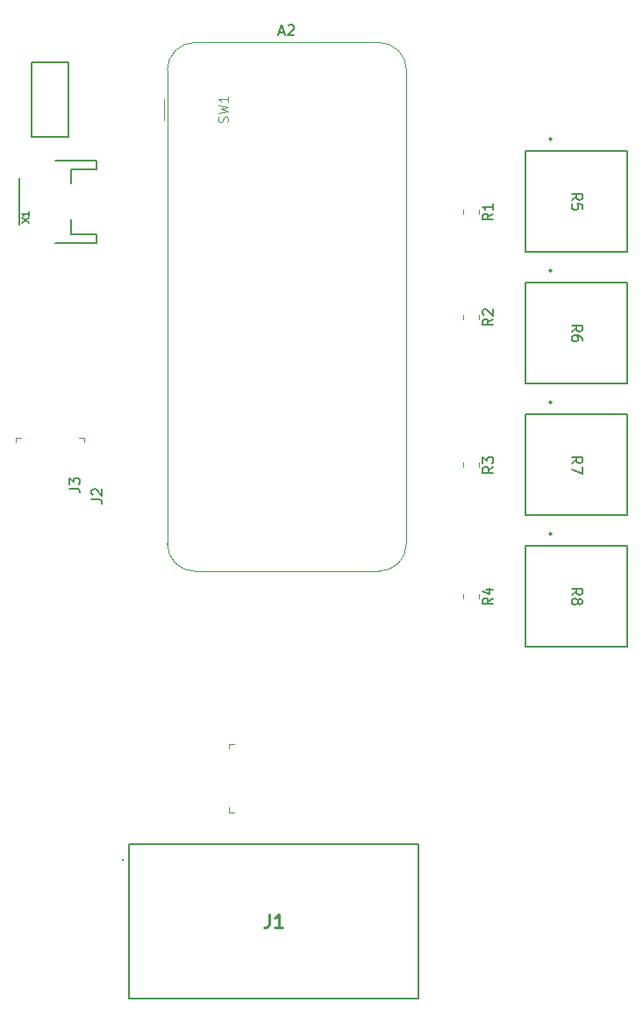
<source format=gbr>
%TF.GenerationSoftware,KiCad,Pcbnew,8.0.5*%
%TF.CreationDate,2024-10-11T15:03:24+01:00*%
%TF.ProjectId,ribboncontroller,72696262-6f6e-4636-9f6e-74726f6c6c65,rev?*%
%TF.SameCoordinates,Original*%
%TF.FileFunction,Legend,Top*%
%TF.FilePolarity,Positive*%
%FSLAX46Y46*%
G04 Gerber Fmt 4.6, Leading zero omitted, Abs format (unit mm)*
G04 Created by KiCad (PCBNEW 8.0.5) date 2024-10-11 15:03:24*
%MOMM*%
%LPD*%
G01*
G04 APERTURE LIST*
%ADD10C,0.150000*%
%ADD11C,0.081280*%
%ADD12C,0.146304*%
%ADD13C,0.254000*%
%ADD14C,0.100000*%
%ADD15C,0.120000*%
%ADD16C,0.152400*%
%ADD17C,0.127000*%
%ADD18C,0.203200*%
%ADD19C,0.200000*%
G04 APERTURE END LIST*
D10*
X22195836Y-55608605D02*
X22910121Y-55608605D01*
X22910121Y-55608605D02*
X23052978Y-55656224D01*
X23052978Y-55656224D02*
X23148217Y-55751462D01*
X23148217Y-55751462D02*
X23195836Y-55894319D01*
X23195836Y-55894319D02*
X23195836Y-55989557D01*
X22195836Y-55227652D02*
X22195836Y-54608605D01*
X22195836Y-54608605D02*
X22576788Y-54941938D01*
X22576788Y-54941938D02*
X22576788Y-54799081D01*
X22576788Y-54799081D02*
X22624407Y-54703843D01*
X22624407Y-54703843D02*
X22672026Y-54656224D01*
X22672026Y-54656224D02*
X22767264Y-54608605D01*
X22767264Y-54608605D02*
X23005359Y-54608605D01*
X23005359Y-54608605D02*
X23100597Y-54656224D01*
X23100597Y-54656224D02*
X23148217Y-54703843D01*
X23148217Y-54703843D02*
X23195836Y-54799081D01*
X23195836Y-54799081D02*
X23195836Y-55084795D01*
X23195836Y-55084795D02*
X23148217Y-55180033D01*
X23148217Y-55180033D02*
X23100597Y-55227652D01*
X24334819Y-56663333D02*
X25049104Y-56663333D01*
X25049104Y-56663333D02*
X25191961Y-56710952D01*
X25191961Y-56710952D02*
X25287200Y-56806190D01*
X25287200Y-56806190D02*
X25334819Y-56949047D01*
X25334819Y-56949047D02*
X25334819Y-57044285D01*
X24430057Y-56234761D02*
X24382438Y-56187142D01*
X24382438Y-56187142D02*
X24334819Y-56091904D01*
X24334819Y-56091904D02*
X24334819Y-55853809D01*
X24334819Y-55853809D02*
X24382438Y-55758571D01*
X24382438Y-55758571D02*
X24430057Y-55710952D01*
X24430057Y-55710952D02*
X24525295Y-55663333D01*
X24525295Y-55663333D02*
X24620533Y-55663333D01*
X24620533Y-55663333D02*
X24763390Y-55710952D01*
X24763390Y-55710952D02*
X25334819Y-56282380D01*
X25334819Y-56282380D02*
X25334819Y-55663333D01*
X42465714Y-11599104D02*
X42941904Y-11599104D01*
X42370476Y-11884819D02*
X42703809Y-10884819D01*
X42703809Y-10884819D02*
X43037142Y-11884819D01*
X43322857Y-10980057D02*
X43370476Y-10932438D01*
X43370476Y-10932438D02*
X43465714Y-10884819D01*
X43465714Y-10884819D02*
X43703809Y-10884819D01*
X43703809Y-10884819D02*
X43799047Y-10932438D01*
X43799047Y-10932438D02*
X43846666Y-10980057D01*
X43846666Y-10980057D02*
X43894285Y-11075295D01*
X43894285Y-11075295D02*
X43894285Y-11170533D01*
X43894285Y-11170533D02*
X43846666Y-11313390D01*
X43846666Y-11313390D02*
X43275238Y-11884819D01*
X43275238Y-11884819D02*
X43894285Y-11884819D01*
X63064819Y-66206666D02*
X62588628Y-66539999D01*
X63064819Y-66778094D02*
X62064819Y-66778094D01*
X62064819Y-66778094D02*
X62064819Y-66397142D01*
X62064819Y-66397142D02*
X62112438Y-66301904D01*
X62112438Y-66301904D02*
X62160057Y-66254285D01*
X62160057Y-66254285D02*
X62255295Y-66206666D01*
X62255295Y-66206666D02*
X62398152Y-66206666D01*
X62398152Y-66206666D02*
X62493390Y-66254285D01*
X62493390Y-66254285D02*
X62541009Y-66301904D01*
X62541009Y-66301904D02*
X62588628Y-66397142D01*
X62588628Y-66397142D02*
X62588628Y-66778094D01*
X62398152Y-65349523D02*
X63064819Y-65349523D01*
X62017200Y-65587618D02*
X62731485Y-65825713D01*
X62731485Y-65825713D02*
X62731485Y-65206666D01*
X70677880Y-65873333D02*
X71154071Y-65540000D01*
X70677880Y-65301905D02*
X71677880Y-65301905D01*
X71677880Y-65301905D02*
X71677880Y-65682857D01*
X71677880Y-65682857D02*
X71630261Y-65778095D01*
X71630261Y-65778095D02*
X71582642Y-65825714D01*
X71582642Y-65825714D02*
X71487404Y-65873333D01*
X71487404Y-65873333D02*
X71344547Y-65873333D01*
X71344547Y-65873333D02*
X71249309Y-65825714D01*
X71249309Y-65825714D02*
X71201690Y-65778095D01*
X71201690Y-65778095D02*
X71154071Y-65682857D01*
X71154071Y-65682857D02*
X71154071Y-65301905D01*
X71249309Y-66444762D02*
X71296928Y-66349524D01*
X71296928Y-66349524D02*
X71344547Y-66301905D01*
X71344547Y-66301905D02*
X71439785Y-66254286D01*
X71439785Y-66254286D02*
X71487404Y-66254286D01*
X71487404Y-66254286D02*
X71582642Y-66301905D01*
X71582642Y-66301905D02*
X71630261Y-66349524D01*
X71630261Y-66349524D02*
X71677880Y-66444762D01*
X71677880Y-66444762D02*
X71677880Y-66635238D01*
X71677880Y-66635238D02*
X71630261Y-66730476D01*
X71630261Y-66730476D02*
X71582642Y-66778095D01*
X71582642Y-66778095D02*
X71487404Y-66825714D01*
X71487404Y-66825714D02*
X71439785Y-66825714D01*
X71439785Y-66825714D02*
X71344547Y-66778095D01*
X71344547Y-66778095D02*
X71296928Y-66730476D01*
X71296928Y-66730476D02*
X71249309Y-66635238D01*
X71249309Y-66635238D02*
X71249309Y-66444762D01*
X71249309Y-66444762D02*
X71201690Y-66349524D01*
X71201690Y-66349524D02*
X71154071Y-66301905D01*
X71154071Y-66301905D02*
X71058833Y-66254286D01*
X71058833Y-66254286D02*
X70868357Y-66254286D01*
X70868357Y-66254286D02*
X70773119Y-66301905D01*
X70773119Y-66301905D02*
X70725500Y-66349524D01*
X70725500Y-66349524D02*
X70677880Y-66444762D01*
X70677880Y-66444762D02*
X70677880Y-66635238D01*
X70677880Y-66635238D02*
X70725500Y-66730476D01*
X70725500Y-66730476D02*
X70773119Y-66778095D01*
X70773119Y-66778095D02*
X70868357Y-66825714D01*
X70868357Y-66825714D02*
X71058833Y-66825714D01*
X71058833Y-66825714D02*
X71154071Y-66778095D01*
X71154071Y-66778095D02*
X71201690Y-66730476D01*
X71201690Y-66730476D02*
X71249309Y-66635238D01*
D11*
X37460371Y-20268485D02*
X37504881Y-20134953D01*
X37504881Y-20134953D02*
X37504881Y-19912401D01*
X37504881Y-19912401D02*
X37460371Y-19823380D01*
X37460371Y-19823380D02*
X37415860Y-19778869D01*
X37415860Y-19778869D02*
X37326839Y-19734359D01*
X37326839Y-19734359D02*
X37237818Y-19734359D01*
X37237818Y-19734359D02*
X37148797Y-19778869D01*
X37148797Y-19778869D02*
X37104287Y-19823380D01*
X37104287Y-19823380D02*
X37059776Y-19912401D01*
X37059776Y-19912401D02*
X37015266Y-20090443D01*
X37015266Y-20090443D02*
X36970755Y-20179464D01*
X36970755Y-20179464D02*
X36926245Y-20223974D01*
X36926245Y-20223974D02*
X36837224Y-20268485D01*
X36837224Y-20268485D02*
X36748203Y-20268485D01*
X36748203Y-20268485D02*
X36659182Y-20223974D01*
X36659182Y-20223974D02*
X36614671Y-20179464D01*
X36614671Y-20179464D02*
X36570161Y-20090443D01*
X36570161Y-20090443D02*
X36570161Y-19867890D01*
X36570161Y-19867890D02*
X36614671Y-19734359D01*
X36570161Y-19422785D02*
X37504881Y-19200233D01*
X37504881Y-19200233D02*
X36837224Y-19022191D01*
X36837224Y-19022191D02*
X37504881Y-18844149D01*
X37504881Y-18844149D02*
X36570161Y-18621597D01*
X37504881Y-17775898D02*
X37504881Y-18310024D01*
X37504881Y-18042961D02*
X36570161Y-18042961D01*
X36570161Y-18042961D02*
X36703692Y-18131982D01*
X36703692Y-18131982D02*
X36792713Y-18221003D01*
X36792713Y-18221003D02*
X36837224Y-18310024D01*
D10*
X70677880Y-40473333D02*
X71154071Y-40140000D01*
X70677880Y-39901905D02*
X71677880Y-39901905D01*
X71677880Y-39901905D02*
X71677880Y-40282857D01*
X71677880Y-40282857D02*
X71630261Y-40378095D01*
X71630261Y-40378095D02*
X71582642Y-40425714D01*
X71582642Y-40425714D02*
X71487404Y-40473333D01*
X71487404Y-40473333D02*
X71344547Y-40473333D01*
X71344547Y-40473333D02*
X71249309Y-40425714D01*
X71249309Y-40425714D02*
X71201690Y-40378095D01*
X71201690Y-40378095D02*
X71154071Y-40282857D01*
X71154071Y-40282857D02*
X71154071Y-39901905D01*
X71677880Y-41330476D02*
X71677880Y-41140000D01*
X71677880Y-41140000D02*
X71630261Y-41044762D01*
X71630261Y-41044762D02*
X71582642Y-40997143D01*
X71582642Y-40997143D02*
X71439785Y-40901905D01*
X71439785Y-40901905D02*
X71249309Y-40854286D01*
X71249309Y-40854286D02*
X70868357Y-40854286D01*
X70868357Y-40854286D02*
X70773119Y-40901905D01*
X70773119Y-40901905D02*
X70725500Y-40949524D01*
X70725500Y-40949524D02*
X70677880Y-41044762D01*
X70677880Y-41044762D02*
X70677880Y-41235238D01*
X70677880Y-41235238D02*
X70725500Y-41330476D01*
X70725500Y-41330476D02*
X70773119Y-41378095D01*
X70773119Y-41378095D02*
X70868357Y-41425714D01*
X70868357Y-41425714D02*
X71106452Y-41425714D01*
X71106452Y-41425714D02*
X71201690Y-41378095D01*
X71201690Y-41378095D02*
X71249309Y-41330476D01*
X71249309Y-41330476D02*
X71296928Y-41235238D01*
X71296928Y-41235238D02*
X71296928Y-41044762D01*
X71296928Y-41044762D02*
X71249309Y-40949524D01*
X71249309Y-40949524D02*
X71201690Y-40901905D01*
X71201690Y-40901905D02*
X71106452Y-40854286D01*
X63064819Y-39266666D02*
X62588628Y-39599999D01*
X63064819Y-39838094D02*
X62064819Y-39838094D01*
X62064819Y-39838094D02*
X62064819Y-39457142D01*
X62064819Y-39457142D02*
X62112438Y-39361904D01*
X62112438Y-39361904D02*
X62160057Y-39314285D01*
X62160057Y-39314285D02*
X62255295Y-39266666D01*
X62255295Y-39266666D02*
X62398152Y-39266666D01*
X62398152Y-39266666D02*
X62493390Y-39314285D01*
X62493390Y-39314285D02*
X62541009Y-39361904D01*
X62541009Y-39361904D02*
X62588628Y-39457142D01*
X62588628Y-39457142D02*
X62588628Y-39838094D01*
X62160057Y-38885713D02*
X62112438Y-38838094D01*
X62112438Y-38838094D02*
X62064819Y-38742856D01*
X62064819Y-38742856D02*
X62064819Y-38504761D01*
X62064819Y-38504761D02*
X62112438Y-38409523D01*
X62112438Y-38409523D02*
X62160057Y-38361904D01*
X62160057Y-38361904D02*
X62255295Y-38314285D01*
X62255295Y-38314285D02*
X62350533Y-38314285D01*
X62350533Y-38314285D02*
X62493390Y-38361904D01*
X62493390Y-38361904D02*
X63064819Y-38933332D01*
X63064819Y-38933332D02*
X63064819Y-38314285D01*
D12*
X17595829Y-29971034D02*
X18262325Y-29526703D01*
X17595829Y-29526703D02*
X18262325Y-29971034D01*
X18262325Y-28923683D02*
X18262325Y-29304538D01*
X18262325Y-29114110D02*
X17595829Y-29114110D01*
X17595829Y-29114110D02*
X17691043Y-29177586D01*
X17691043Y-29177586D02*
X17754519Y-29241062D01*
X17754519Y-29241062D02*
X17786257Y-29304538D01*
D10*
X63097460Y-53520400D02*
X62621269Y-53853733D01*
X63097460Y-54091828D02*
X62097460Y-54091828D01*
X62097460Y-54091828D02*
X62097460Y-53710876D01*
X62097460Y-53710876D02*
X62145079Y-53615638D01*
X62145079Y-53615638D02*
X62192698Y-53568019D01*
X62192698Y-53568019D02*
X62287936Y-53520400D01*
X62287936Y-53520400D02*
X62430793Y-53520400D01*
X62430793Y-53520400D02*
X62526031Y-53568019D01*
X62526031Y-53568019D02*
X62573650Y-53615638D01*
X62573650Y-53615638D02*
X62621269Y-53710876D01*
X62621269Y-53710876D02*
X62621269Y-54091828D01*
X62097460Y-53187066D02*
X62097460Y-52568019D01*
X62097460Y-52568019D02*
X62478412Y-52901352D01*
X62478412Y-52901352D02*
X62478412Y-52758495D01*
X62478412Y-52758495D02*
X62526031Y-52663257D01*
X62526031Y-52663257D02*
X62573650Y-52615638D01*
X62573650Y-52615638D02*
X62668888Y-52568019D01*
X62668888Y-52568019D02*
X62906983Y-52568019D01*
X62906983Y-52568019D02*
X63002221Y-52615638D01*
X63002221Y-52615638D02*
X63049841Y-52663257D01*
X63049841Y-52663257D02*
X63097460Y-52758495D01*
X63097460Y-52758495D02*
X63097460Y-53044209D01*
X63097460Y-53044209D02*
X63049841Y-53139447D01*
X63049841Y-53139447D02*
X63002221Y-53187066D01*
X63064819Y-29106666D02*
X62588628Y-29439999D01*
X63064819Y-29678094D02*
X62064819Y-29678094D01*
X62064819Y-29678094D02*
X62064819Y-29297142D01*
X62064819Y-29297142D02*
X62112438Y-29201904D01*
X62112438Y-29201904D02*
X62160057Y-29154285D01*
X62160057Y-29154285D02*
X62255295Y-29106666D01*
X62255295Y-29106666D02*
X62398152Y-29106666D01*
X62398152Y-29106666D02*
X62493390Y-29154285D01*
X62493390Y-29154285D02*
X62541009Y-29201904D01*
X62541009Y-29201904D02*
X62588628Y-29297142D01*
X62588628Y-29297142D02*
X62588628Y-29678094D01*
X63064819Y-28154285D02*
X63064819Y-28725713D01*
X63064819Y-28439999D02*
X62064819Y-28439999D01*
X62064819Y-28439999D02*
X62207676Y-28535237D01*
X62207676Y-28535237D02*
X62302914Y-28630475D01*
X62302914Y-28630475D02*
X62350533Y-28725713D01*
X70677880Y-27773333D02*
X71154071Y-27440000D01*
X70677880Y-27201905D02*
X71677880Y-27201905D01*
X71677880Y-27201905D02*
X71677880Y-27582857D01*
X71677880Y-27582857D02*
X71630261Y-27678095D01*
X71630261Y-27678095D02*
X71582642Y-27725714D01*
X71582642Y-27725714D02*
X71487404Y-27773333D01*
X71487404Y-27773333D02*
X71344547Y-27773333D01*
X71344547Y-27773333D02*
X71249309Y-27725714D01*
X71249309Y-27725714D02*
X71201690Y-27678095D01*
X71201690Y-27678095D02*
X71154071Y-27582857D01*
X71154071Y-27582857D02*
X71154071Y-27201905D01*
X71677880Y-28678095D02*
X71677880Y-28201905D01*
X71677880Y-28201905D02*
X71201690Y-28154286D01*
X71201690Y-28154286D02*
X71249309Y-28201905D01*
X71249309Y-28201905D02*
X71296928Y-28297143D01*
X71296928Y-28297143D02*
X71296928Y-28535238D01*
X71296928Y-28535238D02*
X71249309Y-28630476D01*
X71249309Y-28630476D02*
X71201690Y-28678095D01*
X71201690Y-28678095D02*
X71106452Y-28725714D01*
X71106452Y-28725714D02*
X70868357Y-28725714D01*
X70868357Y-28725714D02*
X70773119Y-28678095D01*
X70773119Y-28678095D02*
X70725500Y-28630476D01*
X70725500Y-28630476D02*
X70677880Y-28535238D01*
X70677880Y-28535238D02*
X70677880Y-28297143D01*
X70677880Y-28297143D02*
X70725500Y-28201905D01*
X70725500Y-28201905D02*
X70773119Y-28154286D01*
D13*
X41486667Y-96694318D02*
X41486667Y-97601461D01*
X41486667Y-97601461D02*
X41426190Y-97782889D01*
X41426190Y-97782889D02*
X41305238Y-97903842D01*
X41305238Y-97903842D02*
X41123809Y-97964318D01*
X41123809Y-97964318D02*
X41002857Y-97964318D01*
X42756667Y-97964318D02*
X42030952Y-97964318D01*
X42393809Y-97964318D02*
X42393809Y-96694318D01*
X42393809Y-96694318D02*
X42272857Y-96875746D01*
X42272857Y-96875746D02*
X42151905Y-96996699D01*
X42151905Y-96996699D02*
X42030952Y-97057175D01*
D10*
X70677880Y-53173333D02*
X71154071Y-52840000D01*
X70677880Y-52601905D02*
X71677880Y-52601905D01*
X71677880Y-52601905D02*
X71677880Y-52982857D01*
X71677880Y-52982857D02*
X71630261Y-53078095D01*
X71630261Y-53078095D02*
X71582642Y-53125714D01*
X71582642Y-53125714D02*
X71487404Y-53173333D01*
X71487404Y-53173333D02*
X71344547Y-53173333D01*
X71344547Y-53173333D02*
X71249309Y-53125714D01*
X71249309Y-53125714D02*
X71201690Y-53078095D01*
X71201690Y-53078095D02*
X71154071Y-52982857D01*
X71154071Y-52982857D02*
X71154071Y-52601905D01*
X71677880Y-53506667D02*
X71677880Y-54173333D01*
X71677880Y-54173333D02*
X70677880Y-53744762D01*
D14*
%TO.C,J3*%
X37613134Y-86848351D02*
X38113134Y-86848351D01*
X37613134Y-86848351D02*
X37613134Y-86348351D01*
X37613134Y-80248351D02*
X38113134Y-80248351D01*
X37613134Y-80248351D02*
X37613134Y-80748351D01*
%TO.C,J2*%
X17020000Y-50700000D02*
X17020000Y-51200000D01*
X17020000Y-50700000D02*
X17520000Y-50700000D01*
X23620000Y-50700000D02*
X23620000Y-51200000D01*
X23620000Y-50700000D02*
X23120000Y-50700000D01*
D15*
%TO.C,A2*%
X31320000Y-20050000D02*
X31320000Y-18050000D01*
X31640000Y-15240000D02*
X31640000Y-60960000D01*
X52070000Y-12590000D02*
X34290000Y-12590000D01*
X52070000Y-63610000D02*
X34290000Y-63610000D01*
X54720000Y-15240000D02*
X54720000Y-60960000D01*
X31640000Y-15240000D02*
G75*
G02*
X34290000Y-12590000I2650000J0D01*
G01*
X34290000Y-63610000D02*
G75*
G02*
X31640000Y-60960000I0J2650000D01*
G01*
X52070000Y-12590000D02*
G75*
G02*
X54720000Y-15240000I0J-2650000D01*
G01*
X54720000Y-60960000D02*
G75*
G02*
X52070000Y-63610000I-2650000J0D01*
G01*
%TO.C,R4*%
X61695000Y-65812936D02*
X61695000Y-66267064D01*
X60225000Y-65812936D02*
X60225000Y-66267064D01*
D16*
%TO.C,R8*%
X66243200Y-61150500D02*
X76022200Y-61150500D01*
X66243200Y-70929500D02*
X66243200Y-61150500D01*
X76022200Y-61150500D02*
X76022200Y-70929500D01*
X76022200Y-70929500D02*
X66243200Y-70929500D01*
X68707000Y-60007500D02*
G75*
G02*
X68453000Y-60007500I-127000J0D01*
G01*
X68453000Y-60007500D02*
G75*
G02*
X68707000Y-60007500I127000J0D01*
G01*
D17*
%TO.C,SW1*%
X18570000Y-14490000D02*
X22070000Y-14490000D01*
X18570000Y-21690000D02*
X18570000Y-14490000D01*
X22070000Y-14490000D02*
X22070000Y-21690000D01*
X22070000Y-21690000D02*
X18570000Y-21690000D01*
D16*
%TO.C,R6*%
X66243200Y-35750500D02*
X76022200Y-35750500D01*
X66243200Y-45529500D02*
X66243200Y-35750500D01*
X76022200Y-35750500D02*
X76022200Y-45529500D01*
X76022200Y-45529500D02*
X66243200Y-45529500D01*
X68707000Y-34607500D02*
G75*
G02*
X68453000Y-34607500I-127000J0D01*
G01*
X68453000Y-34607500D02*
G75*
G02*
X68707000Y-34607500I127000J0D01*
G01*
D15*
%TO.C,R2*%
X61695000Y-38872936D02*
X61695000Y-39327064D01*
X60225000Y-38872936D02*
X60225000Y-39327064D01*
D18*
%TO.C,X1*%
X17320000Y-30190000D02*
X17320000Y-25690000D01*
X20820000Y-23940000D02*
X24820000Y-23940000D01*
X22320000Y-24790000D02*
X22320000Y-26190000D01*
X22320000Y-29690000D02*
X22320000Y-31090000D01*
X22320000Y-31090000D02*
X24820000Y-31090000D01*
X24820000Y-23940000D02*
X24820000Y-24790000D01*
X24820000Y-24790000D02*
X22320000Y-24790000D01*
X24820000Y-31090000D02*
X24820000Y-31940000D01*
X24820000Y-31940000D02*
X20820000Y-31940000D01*
D15*
%TO.C,R3*%
X61695000Y-53112936D02*
X61695000Y-53567064D01*
X60225000Y-53112936D02*
X60225000Y-53567064D01*
%TO.C,R1*%
X61695000Y-28712936D02*
X61695000Y-29167064D01*
X60225000Y-28712936D02*
X60225000Y-29167064D01*
D16*
%TO.C,R5*%
X66243200Y-23050500D02*
X76022200Y-23050500D01*
X66243200Y-32829500D02*
X66243200Y-23050500D01*
X76022200Y-23050500D02*
X76022200Y-32829500D01*
X76022200Y-32829500D02*
X66243200Y-32829500D01*
X68707000Y-21907500D02*
G75*
G02*
X68453000Y-21907500I-127000J0D01*
G01*
X68453000Y-21907500D02*
G75*
G02*
X68707000Y-21907500I127000J0D01*
G01*
D14*
%TO.C,J1*%
X27280000Y-91440000D02*
X27280000Y-91440000D01*
X27380000Y-91440000D02*
X27380000Y-91440000D01*
D19*
X27910000Y-89940000D02*
X27910000Y-104840000D01*
X27910000Y-104840000D02*
X55910000Y-104840000D01*
X55910000Y-89940000D02*
X27910000Y-89940000D01*
X55910000Y-104840000D02*
X55910000Y-89940000D01*
D14*
X27280000Y-91440000D02*
G75*
G02*
X27380000Y-91440000I50000J0D01*
G01*
X27380000Y-91440000D02*
G75*
G02*
X27280000Y-91440000I-50000J0D01*
G01*
D16*
%TO.C,R7*%
X66243200Y-48450500D02*
X76022200Y-48450500D01*
X66243200Y-58229500D02*
X66243200Y-48450500D01*
X76022200Y-48450500D02*
X76022200Y-58229500D01*
X76022200Y-58229500D02*
X66243200Y-58229500D01*
X68707000Y-47307500D02*
G75*
G02*
X68453000Y-47307500I-127000J0D01*
G01*
X68453000Y-47307500D02*
G75*
G02*
X68707000Y-47307500I127000J0D01*
G01*
%TD*%
M02*

</source>
